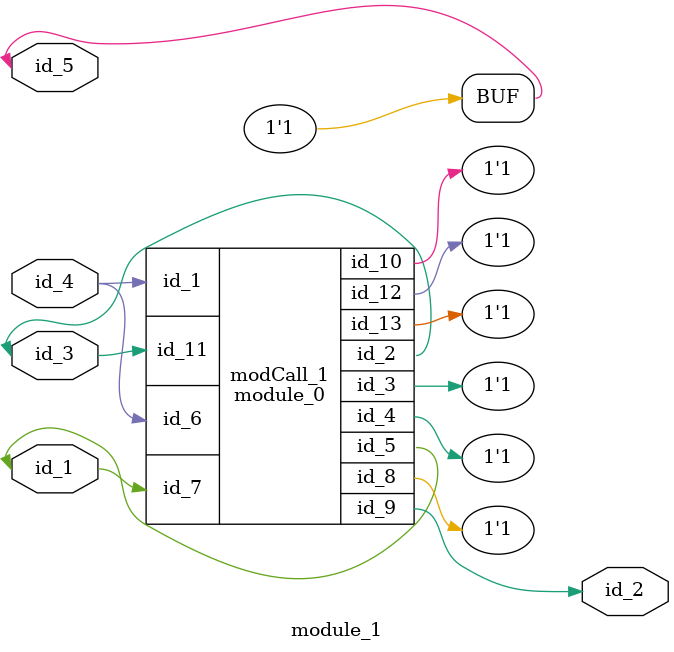
<source format=v>
module module_0 (
    id_1,
    id_2,
    id_3,
    id_4,
    id_5,
    id_6,
    id_7,
    id_8,
    id_9,
    id_10,
    id_11,
    id_12,
    id_13
);
  inout wire id_13;
  inout wire id_12;
  input wire id_11;
  output wire id_10;
  output wire id_9;
  output wire id_8;
  input wire id_7;
  input wire id_6;
  output wire id_5;
  output wire id_4;
  inout wire id_3;
  output wire id_2;
  input wire id_1;
  wire id_14, id_15;
  always id_10 = id_3;
  wire id_16;
  wire id_17;
endmodule
module module_1 (
    id_1,
    id_2,
    id_3,
    id_4,
    id_5
);
  inout wire id_5;
  input wire id_4;
  inout wire id_3;
  output wire id_2;
  inout wire id_1;
  assign id_5 = 1;
  module_0 modCall_1 (
      id_4,
      id_3,
      id_5,
      id_5,
      id_1,
      id_4,
      id_1,
      id_5,
      id_2,
      id_5,
      id_3,
      id_5,
      id_5
  );
endmodule

</source>
